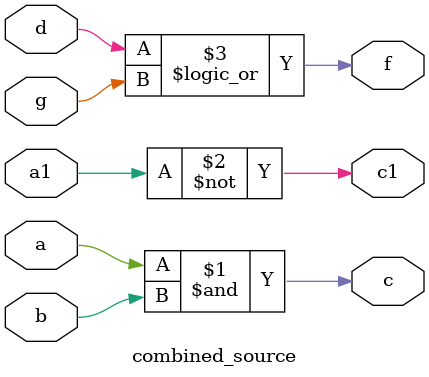
<source format=v>
`timescale 1ns / 1ps


module combined_source (
    input a,
    input b,
    input a1,
    input d,
    input g,
    output c,
    output c1,
    output f);
    
assign c = a & b;
assign c1=~a1;
assign f=d||g;

endmodule



</source>
